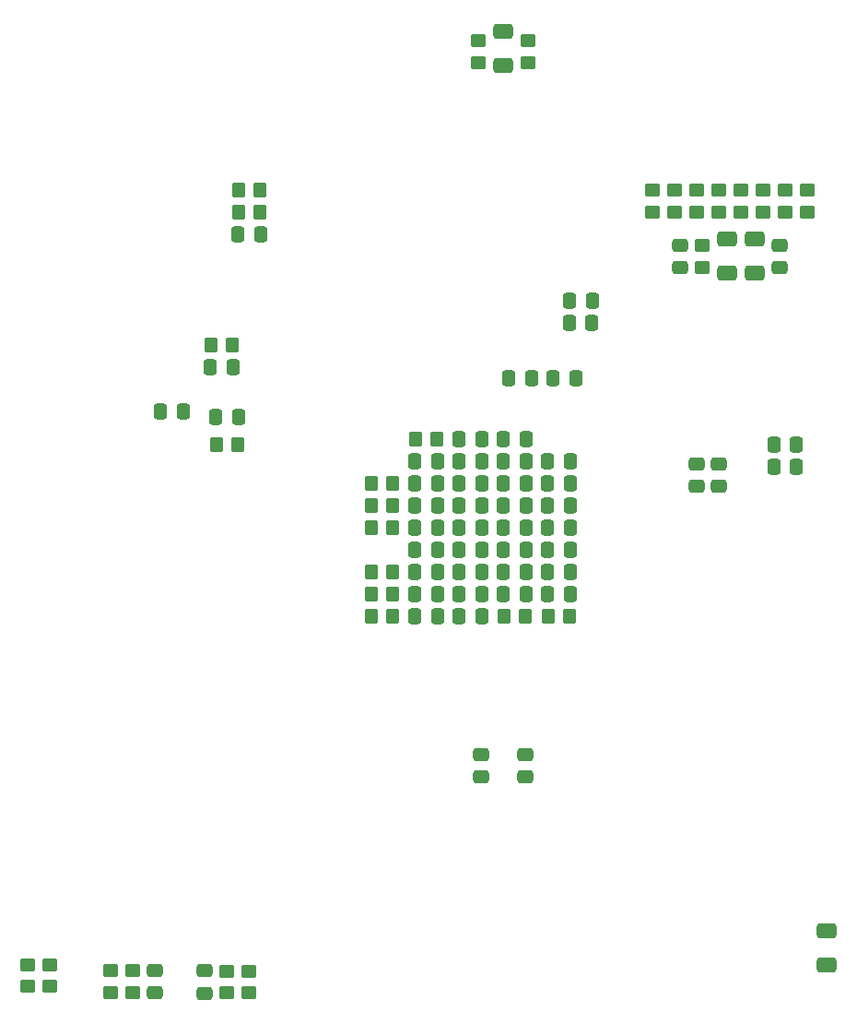
<source format=gbr>
%TF.GenerationSoftware,KiCad,Pcbnew,9.0.6-9.0.6~ubuntu24.04.1*%
%TF.CreationDate,2026-02-01T19:09:27-03:00*%
%TF.ProjectId,nuvoton_nuc980,6e75766f-746f-46e5-9f6e-75633938302e,0.0*%
%TF.SameCoordinates,Original*%
%TF.FileFunction,Paste,Bot*%
%TF.FilePolarity,Positive*%
%FSLAX46Y46*%
G04 Gerber Fmt 4.6, Leading zero omitted, Abs format (unit mm)*
G04 Created by KiCad (PCBNEW 9.0.6-9.0.6~ubuntu24.04.1) date 2026-02-01 19:09:27*
%MOMM*%
%LPD*%
G01*
G04 APERTURE LIST*
G04 Aperture macros list*
%AMRoundRect*
0 Rectangle with rounded corners*
0 $1 Rounding radius*
0 $2 $3 $4 $5 $6 $7 $8 $9 X,Y pos of 4 corners*
0 Add a 4 corners polygon primitive as box body*
4,1,4,$2,$3,$4,$5,$6,$7,$8,$9,$2,$3,0*
0 Add four circle primitives for the rounded corners*
1,1,$1+$1,$2,$3*
1,1,$1+$1,$4,$5*
1,1,$1+$1,$6,$7*
1,1,$1+$1,$8,$9*
0 Add four rect primitives between the rounded corners*
20,1,$1+$1,$2,$3,$4,$5,0*
20,1,$1+$1,$4,$5,$6,$7,0*
20,1,$1+$1,$6,$7,$8,$9,0*
20,1,$1+$1,$8,$9,$2,$3,0*%
G04 Aperture macros list end*
%ADD10RoundRect,0.250000X-0.475000X0.337500X-0.475000X-0.337500X0.475000X-0.337500X0.475000X0.337500X0*%
%ADD11RoundRect,0.250000X0.650000X-0.412500X0.650000X0.412500X-0.650000X0.412500X-0.650000X-0.412500X0*%
%ADD12RoundRect,0.250000X0.350000X0.450000X-0.350000X0.450000X-0.350000X-0.450000X0.350000X-0.450000X0*%
%ADD13RoundRect,0.250000X-0.337500X-0.475000X0.337500X-0.475000X0.337500X0.475000X-0.337500X0.475000X0*%
%ADD14RoundRect,0.250000X0.337500X0.475000X-0.337500X0.475000X-0.337500X-0.475000X0.337500X-0.475000X0*%
%ADD15RoundRect,0.250000X0.450000X-0.350000X0.450000X0.350000X-0.450000X0.350000X-0.450000X-0.350000X0*%
%ADD16RoundRect,0.250000X-0.350000X-0.450000X0.350000X-0.450000X0.350000X0.450000X-0.350000X0.450000X0*%
%ADD17RoundRect,0.250000X-0.650000X0.412500X-0.650000X-0.412500X0.650000X-0.412500X0.650000X0.412500X0*%
%ADD18RoundRect,0.250000X-0.450000X0.350000X-0.450000X-0.350000X0.450000X-0.350000X0.450000X0.350000X0*%
%ADD19RoundRect,0.250000X0.475000X-0.337500X0.475000X0.337500X-0.475000X0.337500X-0.475000X-0.337500X0*%
G04 APERTURE END LIST*
D10*
%TO.C,C50*%
X144272000Y-92688500D03*
X144272000Y-94763500D03*
%TD*%
D11*
%TO.C,C68*%
X154178000Y-138722500D03*
X154178000Y-135597500D03*
%TD*%
D12*
%TO.C,R15*%
X114284000Y-104648000D03*
X112284000Y-104648000D03*
%TD*%
D13*
%TO.C,C20*%
X124438500Y-96520000D03*
X126513500Y-96520000D03*
%TD*%
D14*
%TO.C,C24*%
X122449500Y-96520000D03*
X120374500Y-96520000D03*
%TD*%
D15*
%TO.C,R11*%
X80772000Y-140662500D03*
X80772000Y-138662500D03*
%TD*%
D13*
%TO.C,C61*%
X97514500Y-83820000D03*
X99589500Y-83820000D03*
%TD*%
%TO.C,C9*%
X124438500Y-104648000D03*
X126513500Y-104648000D03*
%TD*%
D15*
%TO.C,R40*%
X126746000Y-55864000D03*
X126746000Y-53864000D03*
%TD*%
D13*
%TO.C,C25*%
X128502500Y-98552000D03*
X130577500Y-98552000D03*
%TD*%
D16*
%TO.C,R2*%
X100092000Y-67564000D03*
X102092000Y-67564000D03*
%TD*%
D13*
%TO.C,C34*%
X129010500Y-84836000D03*
X131085500Y-84836000D03*
%TD*%
D15*
%TO.C,R34*%
X144272000Y-69580000D03*
X144272000Y-67580000D03*
%TD*%
D13*
%TO.C,C29*%
X92942500Y-87884000D03*
X95017500Y-87884000D03*
%TD*%
D12*
%TO.C,R1*%
X102092000Y-69596000D03*
X100092000Y-69596000D03*
%TD*%
D14*
%TO.C,C19*%
X122449500Y-94488000D03*
X120374500Y-94488000D03*
%TD*%
%TO.C,C14*%
X118385500Y-98552000D03*
X116310500Y-98552000D03*
%TD*%
D15*
%TO.C,R23*%
X150368000Y-69580000D03*
X150368000Y-67580000D03*
%TD*%
D12*
%TO.C,R20*%
X114284000Y-106680000D03*
X112284000Y-106680000D03*
%TD*%
D14*
%TO.C,C1*%
X122449500Y-102616000D03*
X120374500Y-102616000D03*
%TD*%
D17*
%TO.C,C54*%
X147574000Y-72097500D03*
X147574000Y-75222500D03*
%TD*%
D14*
%TO.C,C16*%
X126513500Y-94488000D03*
X124438500Y-94488000D03*
%TD*%
D13*
%TO.C,C21*%
X128502500Y-100584000D03*
X130577500Y-100584000D03*
%TD*%
D10*
%TO.C,C67*%
X97028000Y-139208000D03*
X97028000Y-141283000D03*
%TD*%
D18*
%TO.C,R28*%
X148336000Y-67580000D03*
X148336000Y-69580000D03*
%TD*%
D14*
%TO.C,C15*%
X122449500Y-104648000D03*
X120374500Y-104648000D03*
%TD*%
D15*
%TO.C,R43*%
X99060000Y-141245500D03*
X99060000Y-139245500D03*
%TD*%
D18*
%TO.C,R4*%
X88392000Y-139229500D03*
X88392000Y-141229500D03*
%TD*%
%TO.C,R25*%
X138176000Y-67580000D03*
X138176000Y-69580000D03*
%TD*%
D14*
%TO.C,C26*%
X118385500Y-104648000D03*
X116310500Y-104648000D03*
%TD*%
D17*
%TO.C,C59*%
X145034000Y-72097500D03*
X145034000Y-75222500D03*
%TD*%
D13*
%TO.C,C11*%
X120374500Y-100584000D03*
X122449500Y-100584000D03*
%TD*%
D14*
%TO.C,C22*%
X126513500Y-100584000D03*
X124438500Y-100584000D03*
%TD*%
D13*
%TO.C,C65*%
X149309000Y-92964000D03*
X151384000Y-92964000D03*
%TD*%
D15*
%TO.C,R33*%
X146304000Y-69580000D03*
X146304000Y-67580000D03*
%TD*%
D11*
%TO.C,C66*%
X124460000Y-56172500D03*
X124460000Y-53047500D03*
%TD*%
D14*
%TO.C,C4*%
X130577500Y-92456000D03*
X128502500Y-92456000D03*
%TD*%
D16*
%TO.C,R36*%
X98060000Y-90932000D03*
X100060000Y-90932000D03*
%TD*%
D18*
%TO.C,R42*%
X101092000Y-139245500D03*
X101092000Y-141245500D03*
%TD*%
D13*
%TO.C,C49*%
X124438500Y-92456000D03*
X126513500Y-92456000D03*
%TD*%
%TO.C,C28*%
X98022500Y-88430000D03*
X100097500Y-88430000D03*
%TD*%
D10*
%TO.C,C31*%
X92456000Y-139192000D03*
X92456000Y-141267000D03*
%TD*%
D19*
%TO.C,C57*%
X149860000Y-74697500D03*
X149860000Y-72622500D03*
%TD*%
D10*
%TO.C,C51*%
X142240000Y-92688500D03*
X142240000Y-94763500D03*
%TD*%
D14*
%TO.C,C27*%
X118385500Y-102616000D03*
X116310500Y-102616000D03*
%TD*%
%TO.C,C33*%
X127021500Y-84836000D03*
X124946500Y-84836000D03*
%TD*%
D12*
%TO.C,R16*%
X114284000Y-102616000D03*
X112284000Y-102616000D03*
%TD*%
D14*
%TO.C,C23*%
X122449500Y-98552000D03*
X120374500Y-98552000D03*
%TD*%
D10*
%TO.C,C46*%
X126492000Y-119358500D03*
X126492000Y-121433500D03*
%TD*%
D16*
%TO.C,R10*%
X124476000Y-106680000D03*
X126476000Y-106680000D03*
%TD*%
D12*
%TO.C,R17*%
X114284000Y-98552000D03*
X112284000Y-98552000D03*
%TD*%
D14*
%TO.C,C18*%
X126513500Y-98552000D03*
X124438500Y-98552000D03*
%TD*%
D16*
%TO.C,R37*%
X97552000Y-81788000D03*
X99552000Y-81788000D03*
%TD*%
D14*
%TO.C,C41*%
X102129500Y-71628000D03*
X100054500Y-71628000D03*
%TD*%
%TO.C,C17*%
X126513500Y-102616000D03*
X124438500Y-102616000D03*
%TD*%
%TO.C,C53*%
X132588000Y-79756000D03*
X130513000Y-79756000D03*
%TD*%
D13*
%TO.C,C37*%
X120374500Y-106680000D03*
X122449500Y-106680000D03*
%TD*%
D10*
%TO.C,C44*%
X122428000Y-119358500D03*
X122428000Y-121433500D03*
%TD*%
D15*
%TO.C,R12*%
X82804000Y-140662500D03*
X82804000Y-138662500D03*
%TD*%
D18*
%TO.C,R35*%
X142748000Y-72660000D03*
X142748000Y-74660000D03*
%TD*%
D13*
%TO.C,C7*%
X128502500Y-94488000D03*
X130577500Y-94488000D03*
%TD*%
%TO.C,C8*%
X128524000Y-102616000D03*
X130599000Y-102616000D03*
%TD*%
D12*
%TO.C,R18*%
X118348000Y-90424000D03*
X116348000Y-90424000D03*
%TD*%
D14*
%TO.C,C13*%
X118385500Y-100584000D03*
X116310500Y-100584000D03*
%TD*%
%TO.C,C47*%
X118385500Y-92456000D03*
X116310500Y-92456000D03*
%TD*%
D15*
%TO.C,R3*%
X90424000Y-141229500D03*
X90424000Y-139229500D03*
%TD*%
D19*
%TO.C,C58*%
X140716000Y-74697500D03*
X140716000Y-72622500D03*
%TD*%
D13*
%TO.C,C2*%
X128502500Y-104648000D03*
X130577500Y-104648000D03*
%TD*%
D18*
%TO.C,R26*%
X140208000Y-67580000D03*
X140208000Y-69580000D03*
%TD*%
D14*
%TO.C,C38*%
X118385500Y-106680000D03*
X116310500Y-106680000D03*
%TD*%
%TO.C,C52*%
X132609500Y-77724000D03*
X130534500Y-77724000D03*
%TD*%
%TO.C,C3*%
X130577500Y-96520000D03*
X128502500Y-96520000D03*
%TD*%
D13*
%TO.C,C48*%
X120374500Y-92456000D03*
X122449500Y-92456000D03*
%TD*%
%TO.C,C62*%
X149309000Y-90932000D03*
X151384000Y-90932000D03*
%TD*%
%TO.C,C12*%
X124438500Y-90424000D03*
X126513500Y-90424000D03*
%TD*%
D14*
%TO.C,C10*%
X118385500Y-96520000D03*
X116310500Y-96520000D03*
%TD*%
D18*
%TO.C,R27*%
X142240000Y-67580000D03*
X142240000Y-69580000D03*
%TD*%
D14*
%TO.C,C5*%
X118385500Y-94488000D03*
X116310500Y-94488000D03*
%TD*%
D12*
%TO.C,R9*%
X130540000Y-106680000D03*
X128540000Y-106680000D03*
%TD*%
%TO.C,R13*%
X114284000Y-94488000D03*
X112284000Y-94488000D03*
%TD*%
D15*
%TO.C,R39*%
X122174000Y-55864000D03*
X122174000Y-53864000D03*
%TD*%
D18*
%TO.C,R24*%
X152400000Y-67580000D03*
X152400000Y-69580000D03*
%TD*%
D12*
%TO.C,R14*%
X114284000Y-96520000D03*
X112284000Y-96520000D03*
%TD*%
D14*
%TO.C,C6*%
X122449500Y-90424000D03*
X120374500Y-90424000D03*
%TD*%
M02*

</source>
